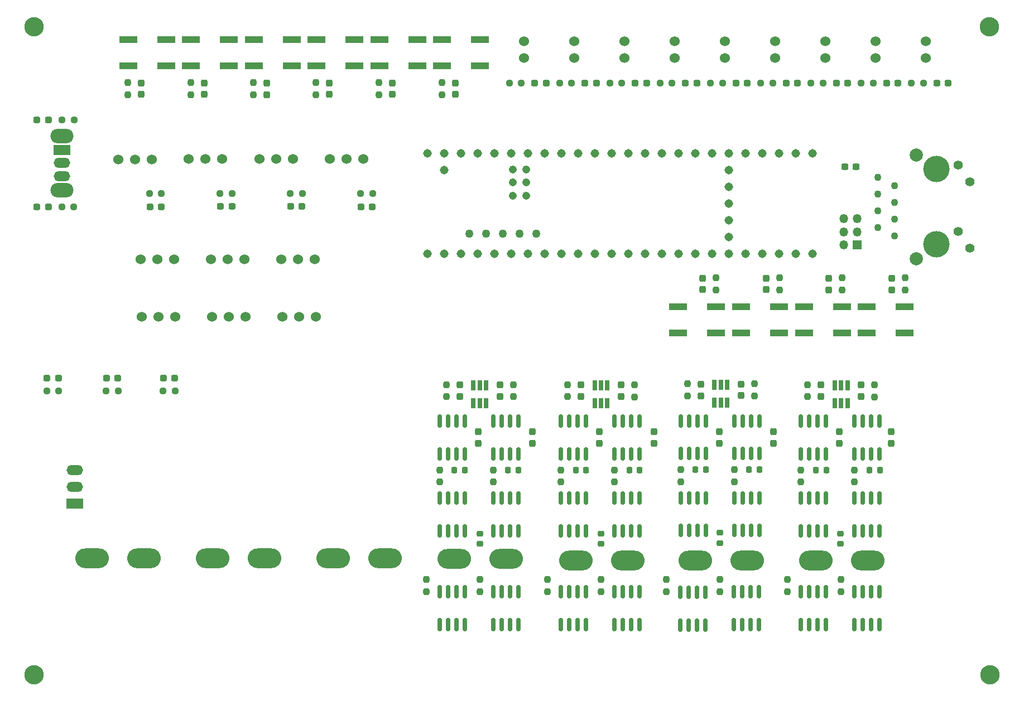
<source format=gts>
%TF.GenerationSoftware,KiCad,Pcbnew,(6.0.10)*%
%TF.CreationDate,2022-12-28T15:38:02-06:00*%
%TF.ProjectId,ScienceMotorController_Hardware_2023,53636965-6e63-4654-9d6f-746f72436f6e,rev?*%
%TF.SameCoordinates,Original*%
%TF.FileFunction,Soldermask,Top*%
%TF.FilePolarity,Negative*%
%FSLAX46Y46*%
G04 Gerber Fmt 4.6, Leading zero omitted, Abs format (unit mm)*
G04 Created by KiCad (PCBNEW (6.0.10)) date 2022-12-28 15:38:02*
%MOMM*%
%LPD*%
G01*
G04 APERTURE LIST*
G04 Aperture macros list*
%AMRoundRect*
0 Rectangle with rounded corners*
0 $1 Rounding radius*
0 $2 $3 $4 $5 $6 $7 $8 $9 X,Y pos of 4 corners*
0 Add a 4 corners polygon primitive as box body*
4,1,4,$2,$3,$4,$5,$6,$7,$8,$9,$2,$3,0*
0 Add four circle primitives for the rounded corners*
1,1,$1+$1,$2,$3*
1,1,$1+$1,$4,$5*
1,1,$1+$1,$6,$7*
1,1,$1+$1,$8,$9*
0 Add four rect primitives between the rounded corners*
20,1,$1+$1,$2,$3,$4,$5,0*
20,1,$1+$1,$4,$5,$6,$7,0*
20,1,$1+$1,$6,$7,$8,$9,0*
20,1,$1+$1,$8,$9,$2,$3,0*%
G04 Aperture macros list end*
%ADD10RoundRect,0.237500X-0.250000X-0.237500X0.250000X-0.237500X0.250000X0.237500X-0.250000X0.237500X0*%
%ADD11RoundRect,0.237500X-0.287500X-0.237500X0.287500X-0.237500X0.287500X0.237500X-0.287500X0.237500X0*%
%ADD12RoundRect,0.237500X0.237500X-0.250000X0.237500X0.250000X-0.237500X0.250000X-0.237500X-0.250000X0*%
%ADD13RoundRect,0.237500X-0.237500X0.250000X-0.237500X-0.250000X0.237500X-0.250000X0.237500X0.250000X0*%
%ADD14RoundRect,0.150000X-0.150000X0.825000X-0.150000X-0.825000X0.150000X-0.825000X0.150000X0.825000X0*%
%ADD15R,1.350000X1.350000*%
%ADD16O,1.350000X1.350000*%
%ADD17C,1.524000*%
%ADD18RoundRect,0.237500X-0.237500X0.287500X-0.237500X-0.287500X0.237500X-0.287500X0.237500X0.287500X0*%
%ADD19R,2.750000X1.000000*%
%ADD20RoundRect,0.237500X0.250000X0.237500X-0.250000X0.237500X-0.250000X-0.237500X0.250000X-0.237500X0*%
%ADD21RoundRect,0.225000X0.250000X-0.225000X0.250000X0.225000X-0.250000X0.225000X-0.250000X-0.225000X0*%
%ADD22RoundRect,0.237500X0.237500X-0.287500X0.237500X0.287500X-0.237500X0.287500X-0.237500X-0.287500X0*%
%ADD23RoundRect,0.237500X-0.300000X-0.237500X0.300000X-0.237500X0.300000X0.237500X-0.300000X0.237500X0*%
%ADD24RoundRect,0.225000X0.225000X0.250000X-0.225000X0.250000X-0.225000X-0.250000X0.225000X-0.250000X0*%
%ADD25O,3.500000X2.200000*%
%ADD26R,2.500000X1.500000*%
%ADD27O,2.500000X1.500000*%
%ADD28RoundRect,0.237500X0.287500X0.237500X-0.287500X0.237500X-0.287500X-0.237500X0.287500X-0.237500X0*%
%ADD29C,2.946400*%
%ADD30C,1.308000*%
%ADD31C,1.258000*%
%ADD32C,1.208000*%
%ADD33R,0.650000X1.560000*%
%ADD34C,1.100000*%
%ADD35C,1.400000*%
%ADD36C,4.000000*%
%ADD37C,2.000000*%
%ADD38O,5.100000X3.000000*%
G04 APERTURE END LIST*
D10*
X58523500Y-110998000D03*
X60348500Y-110998000D03*
D11*
X58561000Y-109093000D03*
X60311000Y-109093000D03*
D12*
X81733000Y-66047500D03*
X81733000Y-64222500D03*
D13*
X143002000Y-139676500D03*
X143002000Y-141501500D03*
D14*
X148929000Y-141543000D03*
X147659000Y-141543000D03*
X146389000Y-141543000D03*
X145119000Y-141543000D03*
X145119000Y-146493000D03*
X146389000Y-146493000D03*
X147659000Y-146493000D03*
X148929000Y-146493000D03*
D15*
X163830000Y-88866000D03*
D16*
X161830000Y-88866000D03*
X163830000Y-86866000D03*
X161830000Y-86866000D03*
X163830000Y-84866000D03*
X161830000Y-84866000D03*
D13*
X161404000Y-139676500D03*
X161404000Y-141501500D03*
D14*
X148971000Y-115570000D03*
X147701000Y-115570000D03*
X146431000Y-115570000D03*
X145161000Y-115570000D03*
X145161000Y-120520000D03*
X146431000Y-120520000D03*
X147701000Y-120520000D03*
X148971000Y-120520000D03*
X159118000Y-141543000D03*
X157848000Y-141543000D03*
X156578000Y-141543000D03*
X155308000Y-141543000D03*
X155308000Y-146493000D03*
X156578000Y-146493000D03*
X157848000Y-146493000D03*
X159118000Y-146493000D03*
D17*
X78232000Y-75817950D03*
X75692000Y-75817950D03*
X73152000Y-75817950D03*
D18*
X83765000Y-64274000D03*
X83765000Y-66024000D03*
D19*
X136675000Y-102217000D03*
X142435000Y-102217000D03*
X136675000Y-98217000D03*
X142435000Y-98217000D03*
D13*
X138049000Y-109958500D03*
X138049000Y-111783500D03*
D19*
X97100000Y-57688000D03*
X91340000Y-57688000D03*
X91340000Y-61688000D03*
X97100000Y-61688000D03*
D20*
X112861700Y-64260000D03*
X111036700Y-64260000D03*
D17*
X67448750Y-75817950D03*
X64908750Y-75817950D03*
X62368750Y-75817950D03*
D21*
X124968000Y-134252000D03*
X124968000Y-132702000D03*
D22*
X114554000Y-118985000D03*
X114554000Y-117235000D03*
D13*
X137033000Y-122974500D03*
X137033000Y-124799500D03*
D12*
X100869000Y-66061500D03*
X100869000Y-64236500D03*
D13*
X106553000Y-139676500D03*
X106553000Y-141501500D03*
X101473000Y-110085500D03*
X101473000Y-111910500D03*
D14*
X140843000Y-115570000D03*
X139573000Y-115570000D03*
X138303000Y-115570000D03*
X137033000Y-115570000D03*
X137033000Y-120520000D03*
X138303000Y-120520000D03*
X139573000Y-120520000D03*
X140843000Y-120520000D03*
D22*
X151130000Y-118985000D03*
X151130000Y-117235000D03*
D18*
X74281000Y-64288000D03*
X74281000Y-66038000D03*
D12*
X111633000Y-111910500D03*
X111633000Y-110085500D03*
D13*
X163436000Y-123039500D03*
X163436000Y-124864500D03*
X152042000Y-93875500D03*
X152042000Y-95700500D03*
D23*
X161951500Y-76960000D03*
X163676500Y-76960000D03*
D13*
X161567000Y-93875500D03*
X161567000Y-95700500D03*
D20*
X173872500Y-64260000D03*
X172047500Y-64260000D03*
X135749000Y-64260000D03*
X133924000Y-64260000D03*
D13*
X153276000Y-139676500D03*
X153276000Y-141501500D03*
D22*
X124714000Y-118985000D03*
X124714000Y-117235000D03*
D24*
X148984000Y-122998000D03*
X147434000Y-122998000D03*
D13*
X116840000Y-139676500D03*
X116840000Y-141501500D03*
D25*
X43180000Y-72320000D03*
X43180000Y-80520000D03*
D26*
X43180000Y-74420000D03*
D27*
X43180000Y-76420000D03*
X43180000Y-78420000D03*
D22*
X132969000Y-118985000D03*
X132969000Y-117235000D03*
D17*
X128510000Y-57910000D03*
X128510000Y-60450000D03*
D10*
X43180000Y-69848000D03*
X45005000Y-69848000D03*
D12*
X91299000Y-66061500D03*
X91299000Y-64236500D03*
D14*
X122682000Y-141543000D03*
X121412000Y-141543000D03*
X120142000Y-141543000D03*
X118872000Y-141543000D03*
X118872000Y-146493000D03*
X120142000Y-146493000D03*
X121412000Y-146493000D03*
X122682000Y-146493000D03*
D20*
X51712500Y-110998000D03*
X49887500Y-110998000D03*
D17*
X120890000Y-57910000D03*
X120890000Y-60450000D03*
D14*
X159118000Y-127319000D03*
X157848000Y-127319000D03*
X156578000Y-127319000D03*
X155308000Y-127319000D03*
X155308000Y-132269000D03*
X156578000Y-132269000D03*
X157848000Y-132269000D03*
X159118000Y-132269000D03*
D24*
X159131000Y-123063000D03*
X157581000Y-123063000D03*
D13*
X108585000Y-123039500D03*
X108585000Y-124864500D03*
D10*
X77827500Y-81024950D03*
X79652500Y-81024950D03*
D19*
X87575000Y-57656000D03*
X81815000Y-57656000D03*
X81815000Y-61656000D03*
X87575000Y-61656000D03*
D28*
X124254200Y-64260000D03*
X122504200Y-64260000D03*
D22*
X158356000Y-111873000D03*
X158356000Y-110123000D03*
D24*
X112408000Y-123063000D03*
X110858000Y-123063000D03*
D10*
X88495500Y-81074800D03*
X90320500Y-81074800D03*
D17*
X60325000Y-99771600D03*
X57785000Y-99771600D03*
X55245000Y-99771600D03*
D29*
X38944420Y-55708420D03*
D24*
X122695000Y-123063000D03*
X121145000Y-123063000D03*
D12*
X62724000Y-66061500D03*
X62724000Y-64236500D03*
D10*
X56451500Y-81087500D03*
X58276500Y-81087500D03*
D14*
X130810000Y-115635000D03*
X129540000Y-115635000D03*
X128270000Y-115635000D03*
X127000000Y-115635000D03*
X127000000Y-120585000D03*
X128270000Y-120585000D03*
X129540000Y-120585000D03*
X130810000Y-120585000D03*
D12*
X72249000Y-66061500D03*
X72249000Y-64236500D03*
X130048000Y-111934000D03*
X130048000Y-110109000D03*
D17*
X113270000Y-57910000D03*
X113270000Y-60450000D03*
D10*
X43156500Y-83056000D03*
X44981500Y-83056000D03*
D28*
X51675000Y-109093000D03*
X49925000Y-109093000D03*
D24*
X130823000Y-123063000D03*
X129273000Y-123063000D03*
D20*
X158632500Y-64260000D03*
X156807500Y-64260000D03*
D17*
X88900000Y-75817000D03*
X86360000Y-75817000D03*
X83820000Y-75817000D03*
D22*
X146177000Y-111746000D03*
X146177000Y-109996000D03*
D13*
X119888000Y-110062000D03*
X119888000Y-111887000D03*
X155308000Y-123039500D03*
X155308000Y-124864500D03*
D17*
X81534000Y-91059000D03*
X78994000Y-91059000D03*
X76454000Y-91059000D03*
D28*
X154799000Y-64260000D03*
X153049000Y-64260000D03*
D30*
X101143500Y-90168000D03*
X103683500Y-90168000D03*
X106223500Y-90168000D03*
X108763500Y-90168000D03*
X134163500Y-90168000D03*
X103683500Y-74928000D03*
X144323500Y-85088000D03*
X111303500Y-90168000D03*
X113843500Y-90168000D03*
D31*
X104953500Y-87118000D03*
D30*
X116383500Y-90168000D03*
X118923500Y-90168000D03*
X121463500Y-90168000D03*
X124003500Y-90168000D03*
X126543500Y-90168000D03*
X129083500Y-90168000D03*
X131623500Y-90168000D03*
X131623500Y-74928000D03*
X129083500Y-74928000D03*
X126543500Y-74928000D03*
X124003500Y-74928000D03*
X121463500Y-74928000D03*
X118923500Y-74928000D03*
X116383500Y-74928000D03*
X113843500Y-74928000D03*
X111303500Y-74928000D03*
X108763500Y-74928000D03*
X106223500Y-74928000D03*
X136703500Y-90168000D03*
X139243500Y-90168000D03*
X141783500Y-90168000D03*
X144323500Y-90168000D03*
X146863500Y-90168000D03*
X149403500Y-90168000D03*
X151943500Y-90168000D03*
X154483500Y-90168000D03*
X157023500Y-90168000D03*
X157023500Y-74928000D03*
X154483500Y-74928000D03*
X151943500Y-74928000D03*
X149403500Y-74928000D03*
X146863500Y-74928000D03*
X144323500Y-74928000D03*
X141783500Y-74928000D03*
X139243500Y-74928000D03*
X136703500Y-74928000D03*
D31*
X110033500Y-87118000D03*
X107493500Y-87118000D03*
D30*
X98603500Y-90168000D03*
X134163500Y-74928000D03*
X101143500Y-74928000D03*
X144323500Y-82548000D03*
D32*
X113573500Y-79378000D03*
X111573500Y-79378000D03*
D30*
X144323500Y-77468000D03*
X144323500Y-80008000D03*
D32*
X111573500Y-77378000D03*
X113573500Y-77378000D03*
X113573500Y-81378000D03*
X111573500Y-81378000D03*
D31*
X112573500Y-87118000D03*
X115113500Y-87118000D03*
D30*
X144323500Y-87628000D03*
X98603500Y-74928000D03*
X101143500Y-77468000D03*
D14*
X104267000Y-115635000D03*
X102997000Y-115635000D03*
X101727000Y-115635000D03*
X100457000Y-115635000D03*
X100457000Y-120585000D03*
X101727000Y-120585000D03*
X102997000Y-120585000D03*
X104267000Y-120585000D03*
D18*
X93331000Y-64274000D03*
X93331000Y-66024000D03*
D13*
X124968000Y-139676500D03*
X124968000Y-141501500D03*
D11*
X67234150Y-82987400D03*
X68984150Y-82987400D03*
D22*
X164452000Y-111873000D03*
X164452000Y-110123000D03*
D14*
X130810000Y-141543000D03*
X129540000Y-141543000D03*
X128270000Y-141543000D03*
X127000000Y-141543000D03*
X127000000Y-146493000D03*
X128270000Y-146493000D03*
X129540000Y-146493000D03*
X130810000Y-146493000D03*
D17*
X158990000Y-57910000D03*
X158990000Y-60450000D03*
D12*
X166484000Y-111934000D03*
X166484000Y-110109000D03*
D13*
X100457000Y-123039500D03*
X100457000Y-124864500D03*
D22*
X121920000Y-111873000D03*
X121920000Y-110123000D03*
X142875000Y-118985000D03*
X142875000Y-117235000D03*
D14*
X167246000Y-141543000D03*
X165976000Y-141543000D03*
X164706000Y-141543000D03*
X163436000Y-141543000D03*
X163436000Y-146493000D03*
X164706000Y-146493000D03*
X165976000Y-146493000D03*
X167246000Y-146493000D03*
X159118000Y-115635000D03*
X157848000Y-115635000D03*
X156578000Y-115635000D03*
X155308000Y-115635000D03*
X155308000Y-120585000D03*
X156578000Y-120585000D03*
X157848000Y-120585000D03*
X159118000Y-120585000D03*
D19*
X152001000Y-102249000D03*
X146241000Y-102249000D03*
X146241000Y-98249000D03*
X152001000Y-98249000D03*
D22*
X140358000Y-95649000D03*
X140358000Y-93899000D03*
D28*
X139531000Y-64260000D03*
X137781000Y-64260000D03*
D19*
X165291000Y-98235000D03*
X171051000Y-98235000D03*
X171051000Y-102235000D03*
X165291000Y-102235000D03*
D28*
X147165000Y-64260000D03*
X145415000Y-64260000D03*
D14*
X112395000Y-141543000D03*
X111125000Y-141543000D03*
X109855000Y-141543000D03*
X108585000Y-141543000D03*
X108585000Y-146493000D03*
X109855000Y-146493000D03*
X111125000Y-146493000D03*
X112395000Y-146493000D03*
D13*
X171092000Y-93861500D03*
X171092000Y-95686500D03*
D14*
X148971000Y-127254000D03*
X147701000Y-127254000D03*
X146431000Y-127254000D03*
X145161000Y-127254000D03*
X145161000Y-132204000D03*
X146431000Y-132204000D03*
X147701000Y-132204000D03*
X148971000Y-132204000D03*
D11*
X39398000Y-69848000D03*
X41148000Y-69848000D03*
D17*
X136130000Y-57910000D03*
X136130000Y-60450000D03*
D14*
X167246000Y-127319000D03*
X165976000Y-127319000D03*
X164706000Y-127319000D03*
X163436000Y-127319000D03*
X163436000Y-132269000D03*
X164706000Y-132269000D03*
X165976000Y-132269000D03*
X167246000Y-132269000D03*
D19*
X106584000Y-57688000D03*
X100824000Y-57688000D03*
X106584000Y-61688000D03*
X100824000Y-61688000D03*
D21*
X106553000Y-134252000D03*
X106553000Y-132702000D03*
D22*
X103505000Y-111873000D03*
X103505000Y-110123000D03*
D20*
X151012500Y-64260000D03*
X149187500Y-64260000D03*
D10*
X40861500Y-111015750D03*
X42686500Y-111015750D03*
D22*
X128016000Y-111887000D03*
X128016000Y-110137000D03*
D13*
X156324000Y-110085500D03*
X156324000Y-111910500D03*
D10*
X67171250Y-81018300D03*
X68996250Y-81018300D03*
D17*
X60198000Y-91059000D03*
X57658000Y-91059000D03*
X55118000Y-91059000D03*
X70993000Y-99771600D03*
X68453000Y-99771600D03*
X65913000Y-99771600D03*
D28*
X116634200Y-64260000D03*
X114884200Y-64260000D03*
D17*
X151370000Y-57910000D03*
X151370000Y-60450000D03*
D26*
X45085000Y-128162500D03*
D27*
X45085000Y-125622500D03*
X45085000Y-123082500D03*
D28*
X131874200Y-64260000D03*
X130124200Y-64260000D03*
D22*
X106299000Y-118985000D03*
X106299000Y-117235000D03*
X159535000Y-95663000D03*
X159535000Y-93913000D03*
D24*
X104280000Y-123063000D03*
X102730000Y-123063000D03*
D22*
X169060000Y-95663000D03*
X169060000Y-93913000D03*
D13*
X142390000Y-93875500D03*
X142390000Y-95700500D03*
D21*
X143002000Y-134125000D03*
X143002000Y-132575000D03*
D14*
X122682000Y-127319000D03*
X121412000Y-127319000D03*
X120142000Y-127319000D03*
X118872000Y-127319000D03*
X118872000Y-132269000D03*
X120142000Y-132269000D03*
X121412000Y-132269000D03*
X122682000Y-132269000D03*
X140843000Y-127254000D03*
X139573000Y-127254000D03*
X138303000Y-127254000D03*
X137033000Y-127254000D03*
X137033000Y-132204000D03*
X138303000Y-132204000D03*
X139573000Y-132204000D03*
X140843000Y-132204000D03*
D20*
X166252500Y-64260000D03*
X164427500Y-64260000D03*
D22*
X161150000Y-118985000D03*
X161150000Y-117235000D03*
D12*
X148209000Y-111783500D03*
X148209000Y-109958500D03*
D17*
X56832500Y-75880500D03*
X54292500Y-75880500D03*
X51752500Y-75880500D03*
D33*
X162354000Y-110156000D03*
X161404000Y-110156000D03*
X160454000Y-110156000D03*
X160454000Y-112856000D03*
X161404000Y-112856000D03*
X162354000Y-112856000D03*
D17*
X81661000Y-99771600D03*
X79121000Y-99771600D03*
X76581000Y-99771600D03*
D34*
X169469500Y-87501000D03*
X166929500Y-86231000D03*
X169469500Y-84961000D03*
X166929500Y-83691000D03*
X169469500Y-82421000D03*
X166929500Y-81151000D03*
X169469500Y-79881000D03*
X166929500Y-78611000D03*
D35*
X180899500Y-89381000D03*
X179109500Y-86841000D03*
X180899500Y-79271000D03*
X179109500Y-76731000D03*
D36*
X175819500Y-88771000D03*
X175819500Y-77341000D03*
D37*
X172769500Y-90931000D03*
X172769500Y-75181000D03*
D13*
X134874000Y-139676500D03*
X134874000Y-141501500D03*
X118872000Y-123039500D03*
X118872000Y-124864500D03*
D28*
X42649000Y-109093000D03*
X40899000Y-109093000D03*
D17*
X143750000Y-57910000D03*
X143750000Y-60450000D03*
D14*
X122682000Y-115635000D03*
X121412000Y-115635000D03*
X120142000Y-115635000D03*
X118872000Y-115635000D03*
X118872000Y-120585000D03*
X120142000Y-120585000D03*
X121412000Y-120585000D03*
X122682000Y-120585000D03*
D18*
X102901000Y-64274000D03*
X102901000Y-66024000D03*
D19*
X161526000Y-102249000D03*
X155766000Y-102249000D03*
X161526000Y-98249000D03*
X155766000Y-98249000D03*
D20*
X120481700Y-64260000D03*
X118656700Y-64260000D03*
D33*
X107503000Y-110156000D03*
X106553000Y-110156000D03*
X105603000Y-110156000D03*
X105603000Y-112856000D03*
X106553000Y-112856000D03*
X107503000Y-112856000D03*
D28*
X177645000Y-64260000D03*
X175895000Y-64260000D03*
D13*
X127000000Y-123039500D03*
X127000000Y-124864500D03*
D17*
X70866000Y-91059000D03*
X68326000Y-91059000D03*
X65786000Y-91059000D03*
D14*
X112395000Y-115635000D03*
X111125000Y-115635000D03*
X109855000Y-115635000D03*
X108585000Y-115635000D03*
X108585000Y-120585000D03*
X109855000Y-120585000D03*
X111125000Y-120585000D03*
X112395000Y-120585000D03*
D11*
X39384000Y-83056000D03*
X41134000Y-83056000D03*
X88533000Y-83056000D03*
X90283000Y-83056000D03*
D14*
X167246000Y-115635000D03*
X165976000Y-115635000D03*
X164706000Y-115635000D03*
X163436000Y-115635000D03*
X163436000Y-120585000D03*
X164706000Y-120585000D03*
X165976000Y-120585000D03*
X167246000Y-120585000D03*
D12*
X53199000Y-66061500D03*
X53199000Y-64236500D03*
D17*
X166610000Y-57910000D03*
X166610000Y-60450000D03*
D14*
X104267000Y-141543000D03*
X102997000Y-141543000D03*
X101727000Y-141543000D03*
X100457000Y-141543000D03*
X100457000Y-146493000D03*
X101727000Y-146493000D03*
X102997000Y-146493000D03*
X104267000Y-146493000D03*
D29*
X38944420Y-154095580D03*
D21*
X161277000Y-134252000D03*
X161277000Y-132702000D03*
D33*
X125918000Y-110156000D03*
X124968000Y-110156000D03*
X124018000Y-110156000D03*
X124018000Y-112856000D03*
X124968000Y-112856000D03*
X125918000Y-112856000D03*
D22*
X169024000Y-118985000D03*
X169024000Y-117235000D03*
D14*
X112395000Y-127319000D03*
X111125000Y-127319000D03*
X109855000Y-127319000D03*
X108585000Y-127319000D03*
X108585000Y-132269000D03*
X109855000Y-132269000D03*
X111125000Y-132269000D03*
X112395000Y-132269000D03*
D18*
X64756000Y-64274000D03*
X64756000Y-66024000D03*
D29*
X183940580Y-154095580D03*
D14*
X140801000Y-141598800D03*
X139531000Y-141598800D03*
X138261000Y-141598800D03*
X136991000Y-141598800D03*
X136991000Y-146548800D03*
X138261000Y-146548800D03*
X139531000Y-146548800D03*
X140801000Y-146548800D03*
D33*
X144079000Y-110091000D03*
X143129000Y-110091000D03*
X142179000Y-110091000D03*
X142179000Y-112791000D03*
X143129000Y-112791000D03*
X144079000Y-112791000D03*
D29*
X183896000Y-55753000D03*
D11*
X77865000Y-83006150D03*
X79615000Y-83006150D03*
D17*
X174230000Y-57910000D03*
X174230000Y-60450000D03*
D24*
X167259000Y-123063000D03*
X165709000Y-123063000D03*
D28*
X162405000Y-64260000D03*
X160655000Y-64260000D03*
D11*
X56516300Y-83068700D03*
X58266300Y-83068700D03*
D22*
X140081000Y-111760000D03*
X140081000Y-110010000D03*
X150010000Y-95649000D03*
X150010000Y-93899000D03*
D13*
X145161000Y-122974500D03*
X145161000Y-124799500D03*
X98425000Y-139676500D03*
X98425000Y-141501500D03*
D24*
X140856000Y-122998000D03*
X139306000Y-122998000D03*
D22*
X109601000Y-111873000D03*
X109601000Y-110123000D03*
D20*
X143392500Y-64260000D03*
X141567500Y-64260000D03*
D19*
X78050000Y-57688000D03*
X72290000Y-57688000D03*
X72290000Y-61688000D03*
X78050000Y-61688000D03*
D28*
X170025000Y-64260000D03*
X168275000Y-64260000D03*
D19*
X68525000Y-57688000D03*
X62765000Y-57688000D03*
X68525000Y-61688000D03*
X62765000Y-61688000D03*
D14*
X130810000Y-127319000D03*
X129540000Y-127319000D03*
X128270000Y-127319000D03*
X127000000Y-127319000D03*
X127000000Y-132269000D03*
X128270000Y-132269000D03*
X129540000Y-132269000D03*
X130810000Y-132269000D03*
D18*
X55231000Y-64274000D03*
X55231000Y-66024000D03*
D20*
X128101700Y-64260000D03*
X126276700Y-64260000D03*
D14*
X104267000Y-127319000D03*
X102997000Y-127319000D03*
X101727000Y-127319000D03*
X100457000Y-127319000D03*
X100457000Y-132269000D03*
X101727000Y-132269000D03*
X102997000Y-132269000D03*
X104267000Y-132269000D03*
D19*
X59000000Y-61688000D03*
X53240000Y-61688000D03*
X53240000Y-57688000D03*
X59000000Y-57688000D03*
D38*
X110575000Y-136518600D03*
X102701000Y-136518600D03*
X147151000Y-136772600D03*
X139277000Y-136772600D03*
X128990000Y-136772600D03*
X121116000Y-136772600D03*
X92202000Y-136462800D03*
X84328000Y-136462800D03*
X55626000Y-136462800D03*
X47752000Y-136462800D03*
X73914000Y-136462800D03*
X66040000Y-136462800D03*
X165426000Y-136772600D03*
X157552000Y-136772600D03*
M02*

</source>
